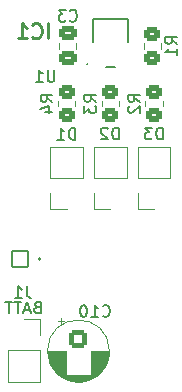
<source format=gbo>
%TF.GenerationSoftware,KiCad,Pcbnew,9.0.4*%
%TF.CreationDate,2025-10-26T13:38:01-07:00*%
%TF.ProjectId,db-collector,64622d63-6f6c-46c6-9563-746f722e6b69,rev?*%
%TF.SameCoordinates,Original*%
%TF.FileFunction,Legend,Bot*%
%TF.FilePolarity,Positive*%
%FSLAX46Y46*%
G04 Gerber Fmt 4.6, Leading zero omitted, Abs format (unit mm)*
G04 Created by KiCad (PCBNEW 9.0.4) date 2025-10-26 13:38:01*
%MOMM*%
%LPD*%
G01*
G04 APERTURE LIST*
G04 Aperture macros list*
%AMRoundRect*
0 Rectangle with rounded corners*
0 $1 Rounding radius*
0 $2 $3 $4 $5 $6 $7 $8 $9 X,Y pos of 4 corners*
0 Add a 4 corners polygon primitive as box body*
4,1,4,$2,$3,$4,$5,$6,$7,$8,$9,$2,$3,0*
0 Add four circle primitives for the rounded corners*
1,1,$1+$1,$2,$3*
1,1,$1+$1,$4,$5*
1,1,$1+$1,$6,$7*
1,1,$1+$1,$8,$9*
0 Add four rect primitives between the rounded corners*
20,1,$1+$1,$2,$3,$4,$5,0*
20,1,$1+$1,$4,$5,$6,$7,0*
20,1,$1+$1,$6,$7,$8,$9,0*
20,1,$1+$1,$8,$9,$2,$3,0*%
G04 Aperture macros list end*
%ADD10C,0.150000*%
%ADD11C,0.254000*%
%ADD12C,0.200000*%
%ADD13C,0.120000*%
%ADD14C,0.100000*%
%ADD15C,1.562000*%
%ADD16RoundRect,0.102000X-0.679000X-0.679000X0.679000X-0.679000X0.679000X0.679000X-0.679000X0.679000X0*%
%ADD17C,1.700000*%
%ADD18R,1.700000X1.700000*%
%ADD19RoundRect,0.250000X-0.550000X0.550000X-0.550000X-0.550000X0.550000X-0.550000X0.550000X0.550000X0*%
%ADD20C,1.600000*%
%ADD21RoundRect,0.250000X0.450000X-0.350000X0.450000X0.350000X-0.450000X0.350000X-0.450000X-0.350000X0*%
%ADD22RoundRect,0.250000X0.475000X-0.337500X0.475000X0.337500X-0.475000X0.337500X-0.475000X-0.337500X0*%
%ADD23RoundRect,0.250000X-0.450000X0.350000X-0.450000X-0.350000X0.450000X-0.350000X0.450000X0.350000X0*%
%ADD24R,0.600000X0.400000*%
%ADD25C,1.650000*%
G04 APERTURE END LIST*
D10*
X133619047Y-88031009D02*
X133476190Y-88078628D01*
X133476190Y-88078628D02*
X133428571Y-88126247D01*
X133428571Y-88126247D02*
X133380952Y-88221485D01*
X133380952Y-88221485D02*
X133380952Y-88364342D01*
X133380952Y-88364342D02*
X133428571Y-88459580D01*
X133428571Y-88459580D02*
X133476190Y-88507200D01*
X133476190Y-88507200D02*
X133571428Y-88554819D01*
X133571428Y-88554819D02*
X133952380Y-88554819D01*
X133952380Y-88554819D02*
X133952380Y-87554819D01*
X133952380Y-87554819D02*
X133619047Y-87554819D01*
X133619047Y-87554819D02*
X133523809Y-87602438D01*
X133523809Y-87602438D02*
X133476190Y-87650057D01*
X133476190Y-87650057D02*
X133428571Y-87745295D01*
X133428571Y-87745295D02*
X133428571Y-87840533D01*
X133428571Y-87840533D02*
X133476190Y-87935771D01*
X133476190Y-87935771D02*
X133523809Y-87983390D01*
X133523809Y-87983390D02*
X133619047Y-88031009D01*
X133619047Y-88031009D02*
X133952380Y-88031009D01*
X132999999Y-88269104D02*
X132523809Y-88269104D01*
X133095237Y-88554819D02*
X132761904Y-87554819D01*
X132761904Y-87554819D02*
X132428571Y-88554819D01*
X132238094Y-87554819D02*
X131666666Y-87554819D01*
X131952380Y-88554819D02*
X131952380Y-87554819D01*
X131476189Y-87554819D02*
X130904761Y-87554819D01*
X131190475Y-88554819D02*
X131190475Y-87554819D01*
X135061904Y-67954819D02*
X135061904Y-68764342D01*
X135061904Y-68764342D02*
X135014285Y-68859580D01*
X135014285Y-68859580D02*
X134966666Y-68907200D01*
X134966666Y-68907200D02*
X134871428Y-68954819D01*
X134871428Y-68954819D02*
X134680952Y-68954819D01*
X134680952Y-68954819D02*
X134585714Y-68907200D01*
X134585714Y-68907200D02*
X134538095Y-68859580D01*
X134538095Y-68859580D02*
X134490476Y-68764342D01*
X134490476Y-68764342D02*
X134490476Y-67954819D01*
X133490476Y-68954819D02*
X134061904Y-68954819D01*
X133776190Y-68954819D02*
X133776190Y-67954819D01*
X133776190Y-67954819D02*
X133871428Y-68097676D01*
X133871428Y-68097676D02*
X133966666Y-68192914D01*
X133966666Y-68192914D02*
X134061904Y-68240533D01*
X132733333Y-86254819D02*
X132733333Y-86969104D01*
X132733333Y-86969104D02*
X132780952Y-87111961D01*
X132780952Y-87111961D02*
X132876190Y-87207200D01*
X132876190Y-87207200D02*
X133019047Y-87254819D01*
X133019047Y-87254819D02*
X133114285Y-87254819D01*
X131733333Y-87254819D02*
X132304761Y-87254819D01*
X132019047Y-87254819D02*
X132019047Y-86254819D01*
X132019047Y-86254819D02*
X132114285Y-86397676D01*
X132114285Y-86397676D02*
X132209523Y-86492914D01*
X132209523Y-86492914D02*
X132304761Y-86540533D01*
X139142857Y-88759580D02*
X139190476Y-88807200D01*
X139190476Y-88807200D02*
X139333333Y-88854819D01*
X139333333Y-88854819D02*
X139428571Y-88854819D01*
X139428571Y-88854819D02*
X139571428Y-88807200D01*
X139571428Y-88807200D02*
X139666666Y-88711961D01*
X139666666Y-88711961D02*
X139714285Y-88616723D01*
X139714285Y-88616723D02*
X139761904Y-88426247D01*
X139761904Y-88426247D02*
X139761904Y-88283390D01*
X139761904Y-88283390D02*
X139714285Y-88092914D01*
X139714285Y-88092914D02*
X139666666Y-87997676D01*
X139666666Y-87997676D02*
X139571428Y-87902438D01*
X139571428Y-87902438D02*
X139428571Y-87854819D01*
X139428571Y-87854819D02*
X139333333Y-87854819D01*
X139333333Y-87854819D02*
X139190476Y-87902438D01*
X139190476Y-87902438D02*
X139142857Y-87950057D01*
X138190476Y-88854819D02*
X138761904Y-88854819D01*
X138476190Y-88854819D02*
X138476190Y-87854819D01*
X138476190Y-87854819D02*
X138571428Y-87997676D01*
X138571428Y-87997676D02*
X138666666Y-88092914D01*
X138666666Y-88092914D02*
X138761904Y-88140533D01*
X137571428Y-87854819D02*
X137476190Y-87854819D01*
X137476190Y-87854819D02*
X137380952Y-87902438D01*
X137380952Y-87902438D02*
X137333333Y-87950057D01*
X137333333Y-87950057D02*
X137285714Y-88045295D01*
X137285714Y-88045295D02*
X137238095Y-88235771D01*
X137238095Y-88235771D02*
X137238095Y-88473866D01*
X137238095Y-88473866D02*
X137285714Y-88664342D01*
X137285714Y-88664342D02*
X137333333Y-88759580D01*
X137333333Y-88759580D02*
X137380952Y-88807200D01*
X137380952Y-88807200D02*
X137476190Y-88854819D01*
X137476190Y-88854819D02*
X137571428Y-88854819D01*
X137571428Y-88854819D02*
X137666666Y-88807200D01*
X137666666Y-88807200D02*
X137714285Y-88759580D01*
X137714285Y-88759580D02*
X137761904Y-88664342D01*
X137761904Y-88664342D02*
X137809523Y-88473866D01*
X137809523Y-88473866D02*
X137809523Y-88235771D01*
X137809523Y-88235771D02*
X137761904Y-88045295D01*
X137761904Y-88045295D02*
X137714285Y-87950057D01*
X137714285Y-87950057D02*
X137666666Y-87902438D01*
X137666666Y-87902438D02*
X137571428Y-87854819D01*
X145472381Y-65755833D02*
X144996190Y-65422500D01*
X145472381Y-65184405D02*
X144472381Y-65184405D01*
X144472381Y-65184405D02*
X144472381Y-65565357D01*
X144472381Y-65565357D02*
X144520000Y-65660595D01*
X144520000Y-65660595D02*
X144567619Y-65708214D01*
X144567619Y-65708214D02*
X144662857Y-65755833D01*
X144662857Y-65755833D02*
X144805714Y-65755833D01*
X144805714Y-65755833D02*
X144900952Y-65708214D01*
X144900952Y-65708214D02*
X144948571Y-65660595D01*
X144948571Y-65660595D02*
X144996190Y-65565357D01*
X144996190Y-65565357D02*
X144996190Y-65184405D01*
X145472381Y-66708214D02*
X145472381Y-66136786D01*
X145472381Y-66422500D02*
X144472381Y-66422500D01*
X144472381Y-66422500D02*
X144615238Y-66327262D01*
X144615238Y-66327262D02*
X144710476Y-66232024D01*
X144710476Y-66232024D02*
X144758095Y-66136786D01*
X136366666Y-63759580D02*
X136414285Y-63807200D01*
X136414285Y-63807200D02*
X136557142Y-63854819D01*
X136557142Y-63854819D02*
X136652380Y-63854819D01*
X136652380Y-63854819D02*
X136795237Y-63807200D01*
X136795237Y-63807200D02*
X136890475Y-63711961D01*
X136890475Y-63711961D02*
X136938094Y-63616723D01*
X136938094Y-63616723D02*
X136985713Y-63426247D01*
X136985713Y-63426247D02*
X136985713Y-63283390D01*
X136985713Y-63283390D02*
X136938094Y-63092914D01*
X136938094Y-63092914D02*
X136890475Y-62997676D01*
X136890475Y-62997676D02*
X136795237Y-62902438D01*
X136795237Y-62902438D02*
X136652380Y-62854819D01*
X136652380Y-62854819D02*
X136557142Y-62854819D01*
X136557142Y-62854819D02*
X136414285Y-62902438D01*
X136414285Y-62902438D02*
X136366666Y-62950057D01*
X136033332Y-62854819D02*
X135414285Y-62854819D01*
X135414285Y-62854819D02*
X135747618Y-63235771D01*
X135747618Y-63235771D02*
X135604761Y-63235771D01*
X135604761Y-63235771D02*
X135509523Y-63283390D01*
X135509523Y-63283390D02*
X135461904Y-63331009D01*
X135461904Y-63331009D02*
X135414285Y-63426247D01*
X135414285Y-63426247D02*
X135414285Y-63664342D01*
X135414285Y-63664342D02*
X135461904Y-63759580D01*
X135461904Y-63759580D02*
X135509523Y-63807200D01*
X135509523Y-63807200D02*
X135604761Y-63854819D01*
X135604761Y-63854819D02*
X135890475Y-63854819D01*
X135890475Y-63854819D02*
X135985713Y-63807200D01*
X135985713Y-63807200D02*
X136033332Y-63759580D01*
X144238094Y-73829819D02*
X144238094Y-72829819D01*
X144238094Y-72829819D02*
X143999999Y-72829819D01*
X143999999Y-72829819D02*
X143857142Y-72877438D01*
X143857142Y-72877438D02*
X143761904Y-72972676D01*
X143761904Y-72972676D02*
X143714285Y-73067914D01*
X143714285Y-73067914D02*
X143666666Y-73258390D01*
X143666666Y-73258390D02*
X143666666Y-73401247D01*
X143666666Y-73401247D02*
X143714285Y-73591723D01*
X143714285Y-73591723D02*
X143761904Y-73686961D01*
X143761904Y-73686961D02*
X143857142Y-73782200D01*
X143857142Y-73782200D02*
X143999999Y-73829819D01*
X143999999Y-73829819D02*
X144238094Y-73829819D01*
X143333332Y-72829819D02*
X142714285Y-72829819D01*
X142714285Y-72829819D02*
X143047618Y-73210771D01*
X143047618Y-73210771D02*
X142904761Y-73210771D01*
X142904761Y-73210771D02*
X142809523Y-73258390D01*
X142809523Y-73258390D02*
X142761904Y-73306009D01*
X142761904Y-73306009D02*
X142714285Y-73401247D01*
X142714285Y-73401247D02*
X142714285Y-73639342D01*
X142714285Y-73639342D02*
X142761904Y-73734580D01*
X142761904Y-73734580D02*
X142809523Y-73782200D01*
X142809523Y-73782200D02*
X142904761Y-73829819D01*
X142904761Y-73829819D02*
X143190475Y-73829819D01*
X143190475Y-73829819D02*
X143285713Y-73782200D01*
X143285713Y-73782200D02*
X143333332Y-73734580D01*
X142304819Y-70633333D02*
X141828628Y-70300000D01*
X142304819Y-70061905D02*
X141304819Y-70061905D01*
X141304819Y-70061905D02*
X141304819Y-70442857D01*
X141304819Y-70442857D02*
X141352438Y-70538095D01*
X141352438Y-70538095D02*
X141400057Y-70585714D01*
X141400057Y-70585714D02*
X141495295Y-70633333D01*
X141495295Y-70633333D02*
X141638152Y-70633333D01*
X141638152Y-70633333D02*
X141733390Y-70585714D01*
X141733390Y-70585714D02*
X141781009Y-70538095D01*
X141781009Y-70538095D02*
X141828628Y-70442857D01*
X141828628Y-70442857D02*
X141828628Y-70061905D01*
X141400057Y-71014286D02*
X141352438Y-71061905D01*
X141352438Y-71061905D02*
X141304819Y-71157143D01*
X141304819Y-71157143D02*
X141304819Y-71395238D01*
X141304819Y-71395238D02*
X141352438Y-71490476D01*
X141352438Y-71490476D02*
X141400057Y-71538095D01*
X141400057Y-71538095D02*
X141495295Y-71585714D01*
X141495295Y-71585714D02*
X141590533Y-71585714D01*
X141590533Y-71585714D02*
X141733390Y-71538095D01*
X141733390Y-71538095D02*
X142304819Y-70966667D01*
X142304819Y-70966667D02*
X142304819Y-71585714D01*
X140528094Y-73829819D02*
X140528094Y-72829819D01*
X140528094Y-72829819D02*
X140289999Y-72829819D01*
X140289999Y-72829819D02*
X140147142Y-72877438D01*
X140147142Y-72877438D02*
X140051904Y-72972676D01*
X140051904Y-72972676D02*
X140004285Y-73067914D01*
X140004285Y-73067914D02*
X139956666Y-73258390D01*
X139956666Y-73258390D02*
X139956666Y-73401247D01*
X139956666Y-73401247D02*
X140004285Y-73591723D01*
X140004285Y-73591723D02*
X140051904Y-73686961D01*
X140051904Y-73686961D02*
X140147142Y-73782200D01*
X140147142Y-73782200D02*
X140289999Y-73829819D01*
X140289999Y-73829819D02*
X140528094Y-73829819D01*
X139575713Y-72925057D02*
X139528094Y-72877438D01*
X139528094Y-72877438D02*
X139432856Y-72829819D01*
X139432856Y-72829819D02*
X139194761Y-72829819D01*
X139194761Y-72829819D02*
X139099523Y-72877438D01*
X139099523Y-72877438D02*
X139051904Y-72925057D01*
X139051904Y-72925057D02*
X139004285Y-73020295D01*
X139004285Y-73020295D02*
X139004285Y-73115533D01*
X139004285Y-73115533D02*
X139051904Y-73258390D01*
X139051904Y-73258390D02*
X139623332Y-73829819D01*
X139623332Y-73829819D02*
X139004285Y-73829819D01*
X138604819Y-70633333D02*
X138128628Y-70300000D01*
X138604819Y-70061905D02*
X137604819Y-70061905D01*
X137604819Y-70061905D02*
X137604819Y-70442857D01*
X137604819Y-70442857D02*
X137652438Y-70538095D01*
X137652438Y-70538095D02*
X137700057Y-70585714D01*
X137700057Y-70585714D02*
X137795295Y-70633333D01*
X137795295Y-70633333D02*
X137938152Y-70633333D01*
X137938152Y-70633333D02*
X138033390Y-70585714D01*
X138033390Y-70585714D02*
X138081009Y-70538095D01*
X138081009Y-70538095D02*
X138128628Y-70442857D01*
X138128628Y-70442857D02*
X138128628Y-70061905D01*
X137604819Y-70966667D02*
X137604819Y-71585714D01*
X137604819Y-71585714D02*
X137985771Y-71252381D01*
X137985771Y-71252381D02*
X137985771Y-71395238D01*
X137985771Y-71395238D02*
X138033390Y-71490476D01*
X138033390Y-71490476D02*
X138081009Y-71538095D01*
X138081009Y-71538095D02*
X138176247Y-71585714D01*
X138176247Y-71585714D02*
X138414342Y-71585714D01*
X138414342Y-71585714D02*
X138509580Y-71538095D01*
X138509580Y-71538095D02*
X138557200Y-71490476D01*
X138557200Y-71490476D02*
X138604819Y-71395238D01*
X138604819Y-71395238D02*
X138604819Y-71109524D01*
X138604819Y-71109524D02*
X138557200Y-71014286D01*
X138557200Y-71014286D02*
X138509580Y-70966667D01*
X136838094Y-73854819D02*
X136838094Y-72854819D01*
X136838094Y-72854819D02*
X136599999Y-72854819D01*
X136599999Y-72854819D02*
X136457142Y-72902438D01*
X136457142Y-72902438D02*
X136361904Y-72997676D01*
X136361904Y-72997676D02*
X136314285Y-73092914D01*
X136314285Y-73092914D02*
X136266666Y-73283390D01*
X136266666Y-73283390D02*
X136266666Y-73426247D01*
X136266666Y-73426247D02*
X136314285Y-73616723D01*
X136314285Y-73616723D02*
X136361904Y-73711961D01*
X136361904Y-73711961D02*
X136457142Y-73807200D01*
X136457142Y-73807200D02*
X136599999Y-73854819D01*
X136599999Y-73854819D02*
X136838094Y-73854819D01*
X135314285Y-73854819D02*
X135885713Y-73854819D01*
X135599999Y-73854819D02*
X135599999Y-72854819D01*
X135599999Y-72854819D02*
X135695237Y-72997676D01*
X135695237Y-72997676D02*
X135790475Y-73092914D01*
X135790475Y-73092914D02*
X135885713Y-73140533D01*
X134904819Y-70633333D02*
X134428628Y-70300000D01*
X134904819Y-70061905D02*
X133904819Y-70061905D01*
X133904819Y-70061905D02*
X133904819Y-70442857D01*
X133904819Y-70442857D02*
X133952438Y-70538095D01*
X133952438Y-70538095D02*
X134000057Y-70585714D01*
X134000057Y-70585714D02*
X134095295Y-70633333D01*
X134095295Y-70633333D02*
X134238152Y-70633333D01*
X134238152Y-70633333D02*
X134333390Y-70585714D01*
X134333390Y-70585714D02*
X134381009Y-70538095D01*
X134381009Y-70538095D02*
X134428628Y-70442857D01*
X134428628Y-70442857D02*
X134428628Y-70061905D01*
X134238152Y-71490476D02*
X134904819Y-71490476D01*
X133857200Y-71252381D02*
X134571485Y-71014286D01*
X134571485Y-71014286D02*
X134571485Y-71633333D01*
D11*
X134539762Y-65274318D02*
X134539762Y-64004318D01*
X133209285Y-65153365D02*
X133269761Y-65213842D01*
X133269761Y-65213842D02*
X133451190Y-65274318D01*
X133451190Y-65274318D02*
X133572142Y-65274318D01*
X133572142Y-65274318D02*
X133753571Y-65213842D01*
X133753571Y-65213842D02*
X133874523Y-65092889D01*
X133874523Y-65092889D02*
X133935000Y-64971937D01*
X133935000Y-64971937D02*
X133995476Y-64730032D01*
X133995476Y-64730032D02*
X133995476Y-64548603D01*
X133995476Y-64548603D02*
X133935000Y-64306699D01*
X133935000Y-64306699D02*
X133874523Y-64185746D01*
X133874523Y-64185746D02*
X133753571Y-64064794D01*
X133753571Y-64064794D02*
X133572142Y-64004318D01*
X133572142Y-64004318D02*
X133451190Y-64004318D01*
X133451190Y-64004318D02*
X133269761Y-64064794D01*
X133269761Y-64064794D02*
X133209285Y-64125270D01*
X131999761Y-65274318D02*
X132725476Y-65274318D01*
X132362619Y-65274318D02*
X132362619Y-64004318D01*
X132362619Y-64004318D02*
X132483571Y-64185746D01*
X132483571Y-64185746D02*
X132604523Y-64306699D01*
X132604523Y-64306699D02*
X132725476Y-64367175D01*
D12*
%TO.C,U1*%
X133900000Y-83956500D02*
G75*
G02*
X133700000Y-83956500I-100000J0D01*
G01*
X133700000Y-83956500D02*
G75*
G02*
X133900000Y-83956500I100000J0D01*
G01*
D13*
%TO.C,J1*%
X133880000Y-94345000D02*
X131120000Y-94345000D01*
X131120000Y-91695000D02*
X131120000Y-94345000D01*
X133880000Y-91695000D02*
X133880000Y-94345000D01*
X133880000Y-91695000D02*
X131120000Y-91695000D01*
X133880000Y-90425000D02*
X133880000Y-89045000D01*
X133880000Y-89045000D02*
X132500000Y-89045000D01*
%TO.C,C10*%
X135625000Y-88940113D02*
X135625000Y-89440113D01*
X135375000Y-89190113D02*
X135875000Y-89190113D01*
X134520000Y-91744888D02*
X136060000Y-91744888D01*
X138140000Y-91744888D02*
X139680000Y-91744888D01*
X134520000Y-91784888D02*
X136060000Y-91784888D01*
X138140000Y-91784888D02*
X139680000Y-91784888D01*
X134521000Y-91824888D02*
X136060000Y-91824888D01*
X138140000Y-91824888D02*
X139679000Y-91824888D01*
X134523000Y-91864888D02*
X136060000Y-91864888D01*
X138140000Y-91864888D02*
X139677000Y-91864888D01*
X134525000Y-91904888D02*
X136060000Y-91904888D01*
X138140000Y-91904888D02*
X139675000Y-91904888D01*
X134528000Y-91944888D02*
X136060000Y-91944888D01*
X138140000Y-91944888D02*
X139672000Y-91944888D01*
X134531000Y-91984888D02*
X136060000Y-91984888D01*
X138140000Y-91984888D02*
X139669000Y-91984888D01*
X134535000Y-92024888D02*
X136060000Y-92024888D01*
X138140000Y-92024888D02*
X139665000Y-92024888D01*
X134540000Y-92064888D02*
X136060000Y-92064888D01*
X138140000Y-92064888D02*
X139660000Y-92064888D01*
X134545000Y-92104888D02*
X136060000Y-92104888D01*
X138140000Y-92104888D02*
X139655000Y-92104888D01*
X134551000Y-92144888D02*
X136060000Y-92144888D01*
X138140000Y-92144888D02*
X139649000Y-92144888D01*
X134557000Y-92184888D02*
X136060000Y-92184888D01*
X138140000Y-92184888D02*
X139643000Y-92184888D01*
X134564000Y-92224888D02*
X136060000Y-92224888D01*
X138140000Y-92224888D02*
X139636000Y-92224888D01*
X134572000Y-92264888D02*
X136060000Y-92264888D01*
X138140000Y-92264888D02*
X139628000Y-92264888D01*
X134581000Y-92304888D02*
X136060000Y-92304888D01*
X138140000Y-92304888D02*
X139619000Y-92304888D01*
X134590000Y-92344888D02*
X136060000Y-92344888D01*
X138140000Y-92344888D02*
X139610000Y-92344888D01*
X134599000Y-92384888D02*
X136060000Y-92384888D01*
X138140000Y-92384888D02*
X139601000Y-92384888D01*
X134610000Y-92424888D02*
X136060000Y-92424888D01*
X138140000Y-92424888D02*
X139590000Y-92424888D01*
X134621000Y-92464888D02*
X136060000Y-92464888D01*
X138140000Y-92464888D02*
X139579000Y-92464888D01*
X134633000Y-92504888D02*
X136060000Y-92504888D01*
X138140000Y-92504888D02*
X139567000Y-92504888D01*
X134645000Y-92544888D02*
X136060000Y-92544888D01*
X138140000Y-92544888D02*
X139555000Y-92544888D01*
X134658000Y-92584888D02*
X136060000Y-92584888D01*
X138140000Y-92584888D02*
X139542000Y-92584888D01*
X134672000Y-92624888D02*
X136060000Y-92624888D01*
X138140000Y-92624888D02*
X139528000Y-92624888D01*
X134687000Y-92664888D02*
X136060000Y-92664888D01*
X138140000Y-92664888D02*
X139513000Y-92664888D01*
X134702000Y-92704888D02*
X136060000Y-92704888D01*
X138140000Y-92704888D02*
X139498000Y-92704888D01*
X134718000Y-92744888D02*
X136060000Y-92744888D01*
X138140000Y-92744888D02*
X139482000Y-92744888D01*
X134735000Y-92784888D02*
X136060000Y-92784888D01*
X138140000Y-92784888D02*
X139465000Y-92784888D01*
X134753000Y-92824888D02*
X136060000Y-92824888D01*
X138140000Y-92824888D02*
X139447000Y-92824888D01*
X134771000Y-92864888D02*
X136060000Y-92864888D01*
X138140000Y-92864888D02*
X139429000Y-92864888D01*
X134791000Y-92904888D02*
X136060000Y-92904888D01*
X138140000Y-92904888D02*
X139409000Y-92904888D01*
X134811000Y-92944888D02*
X136060000Y-92944888D01*
X138140000Y-92944888D02*
X139389000Y-92944888D01*
X134832000Y-92984888D02*
X136060000Y-92984888D01*
X138140000Y-92984888D02*
X139368000Y-92984888D01*
X134854000Y-93024888D02*
X136060000Y-93024888D01*
X138140000Y-93024888D02*
X139346000Y-93024888D01*
X134877000Y-93064888D02*
X136060000Y-93064888D01*
X138140000Y-93064888D02*
X139323000Y-93064888D01*
X134901000Y-93104888D02*
X136060000Y-93104888D01*
X138140000Y-93104888D02*
X139299000Y-93104888D01*
X134925000Y-93144888D02*
X136060000Y-93144888D01*
X138140000Y-93144888D02*
X139275000Y-93144888D01*
X134951000Y-93184888D02*
X136060000Y-93184888D01*
X138140000Y-93184888D02*
X139249000Y-93184888D01*
X134978000Y-93224888D02*
X136060000Y-93224888D01*
X138140000Y-93224888D02*
X139222000Y-93224888D01*
X135006000Y-93264888D02*
X136060000Y-93264888D01*
X138140000Y-93264888D02*
X139194000Y-93264888D01*
X135035000Y-93304888D02*
X136060000Y-93304888D01*
X138140000Y-93304888D02*
X139165000Y-93304888D01*
X135065000Y-93344888D02*
X136060000Y-93344888D01*
X138140000Y-93344888D02*
X139135000Y-93344888D01*
X135097000Y-93384888D02*
X136060000Y-93384888D01*
X138140000Y-93384888D02*
X139103000Y-93384888D01*
X135130000Y-93424888D02*
X136060000Y-93424888D01*
X138140000Y-93424888D02*
X139070000Y-93424888D01*
X135164000Y-93464888D02*
X136060000Y-93464888D01*
X138140000Y-93464888D02*
X139036000Y-93464888D01*
X135199000Y-93504888D02*
X136060000Y-93504888D01*
X138140000Y-93504888D02*
X139001000Y-93504888D01*
X135236000Y-93544888D02*
X136060000Y-93544888D01*
X138140000Y-93544888D02*
X138964000Y-93544888D01*
X135275000Y-93584888D02*
X136060000Y-93584888D01*
X138140000Y-93584888D02*
X138925000Y-93584888D01*
X135315000Y-93624888D02*
X136060000Y-93624888D01*
X138140000Y-93624888D02*
X138885000Y-93624888D01*
X135357000Y-93664888D02*
X136060000Y-93664888D01*
X138140000Y-93664888D02*
X138843000Y-93664888D01*
X135401000Y-93704888D02*
X136060000Y-93704888D01*
X138140000Y-93704888D02*
X138799000Y-93704888D01*
X135448000Y-93744888D02*
X136060000Y-93744888D01*
X138140000Y-93744888D02*
X138752000Y-93744888D01*
X135496000Y-93784888D02*
X138704000Y-93784888D01*
X135547000Y-93824888D02*
X138653000Y-93824888D01*
X135601000Y-93864888D02*
X138599000Y-93864888D01*
X135657000Y-93904888D02*
X138543000Y-93904888D01*
X135717000Y-93944888D02*
X138483000Y-93944888D01*
X135781000Y-93984888D02*
X138419000Y-93984888D01*
X135849000Y-94024888D02*
X138351000Y-94024888D01*
X135923000Y-94064888D02*
X138277000Y-94064888D01*
X136002000Y-94104888D02*
X138198000Y-94104888D01*
X136089000Y-94144888D02*
X138111000Y-94144888D01*
X136186000Y-94184888D02*
X138014000Y-94184888D01*
X136295000Y-94224888D02*
X137905000Y-94224888D01*
X136423000Y-94264888D02*
X137777000Y-94264888D01*
X136583000Y-94304888D02*
X137617000Y-94304888D01*
X136817000Y-94344888D02*
X137383000Y-94344888D01*
X139720000Y-91744888D02*
G75*
G02*
X134480000Y-91744888I-2620000J0D01*
G01*
X134480000Y-91744888D02*
G75*
G02*
X139720000Y-91744888I2620000J0D01*
G01*
%TO.C,R1*%
X142632562Y-66149564D02*
X142632562Y-65695436D01*
X144102562Y-66149564D02*
X144102562Y-65695436D01*
%TO.C,C3*%
X136935000Y-66153752D02*
X136935000Y-65631248D01*
X135465000Y-66153752D02*
X135465000Y-65631248D01*
%TO.C,D3*%
X142120000Y-74455000D02*
X144880000Y-74455000D01*
X142120000Y-77105000D02*
X142120000Y-74455000D01*
X142120000Y-77105000D02*
X144880000Y-77105000D01*
X142120000Y-78375000D02*
X142120000Y-79755000D01*
X142120000Y-79755000D02*
X143500000Y-79755000D01*
X144880000Y-77105000D02*
X144880000Y-74455000D01*
%TO.C,R2*%
X142765000Y-70572936D02*
X142765000Y-71027064D01*
X144235000Y-70572936D02*
X144235000Y-71027064D01*
%TO.C,D2*%
X138420000Y-74455000D02*
X141180000Y-74455000D01*
X138420000Y-77105000D02*
X138420000Y-74455000D01*
X138420000Y-77105000D02*
X141180000Y-77105000D01*
X138420000Y-78375000D02*
X138420000Y-79755000D01*
X138420000Y-79755000D02*
X139800000Y-79755000D01*
X141180000Y-77105000D02*
X141180000Y-74455000D01*
%TO.C,R3*%
X139065000Y-70572936D02*
X139065000Y-71027064D01*
X140535000Y-70572936D02*
X140535000Y-71027064D01*
%TO.C,D1*%
X134720000Y-74455000D02*
X137480000Y-74455000D01*
X134720000Y-77105000D02*
X134720000Y-74455000D01*
X134720000Y-77105000D02*
X137480000Y-77105000D01*
X134720000Y-78375000D02*
X134720000Y-79755000D01*
X134720000Y-79755000D02*
X136100000Y-79755000D01*
X137480000Y-77105000D02*
X137480000Y-74455000D01*
%TO.C,R4*%
X135365000Y-70572936D02*
X135365000Y-71027064D01*
X136835000Y-70572936D02*
X136835000Y-71027064D01*
D14*
%TO.C,IC1*%
X137800000Y-67372500D02*
X137800000Y-67372500D01*
X137800000Y-67472500D02*
X137800000Y-67472500D01*
D12*
X138300000Y-63672500D02*
X141300000Y-63672500D01*
X138300000Y-65572500D02*
X138300000Y-63672500D01*
X139400000Y-67672500D02*
X140200000Y-67672500D01*
X141300000Y-63672500D02*
X141300000Y-65572500D01*
D14*
X137800000Y-67372500D02*
G75*
G02*
X137800000Y-67472500I0J-50000D01*
G01*
X137800000Y-67472500D02*
G75*
G02*
X137800000Y-67372500I0J50000D01*
G01*
%TD*%
%LPC*%
D15*
%TO.C,U1*%
X147420000Y-83956500D03*
X147420000Y-81416500D03*
X147420000Y-78876500D03*
X147420000Y-76336500D03*
X147420000Y-73796500D03*
X147420000Y-71256500D03*
X147420000Y-68716500D03*
X132180000Y-68716500D03*
X132180000Y-71256500D03*
X132180000Y-73796500D03*
X132180000Y-76336500D03*
X132180000Y-78876500D03*
X132180000Y-81416500D03*
D16*
X132180000Y-83956500D03*
%TD*%
D17*
%TO.C,J1*%
X132500000Y-92965000D03*
D18*
X132500000Y-90425000D03*
%TD*%
D19*
%TO.C,C10*%
X137100000Y-90744888D03*
D20*
X137100000Y-92744888D03*
%TD*%
D21*
%TO.C,R1*%
X143367562Y-66922500D03*
X143367562Y-64922500D03*
%TD*%
D22*
%TO.C,C3*%
X136200000Y-64855000D03*
X136200000Y-66930000D03*
%TD*%
D18*
%TO.C,D3*%
X143500000Y-78375000D03*
D17*
X143500000Y-75835000D03*
%TD*%
D23*
%TO.C,R2*%
X143500000Y-69800000D03*
X143500000Y-71800000D03*
%TD*%
D18*
%TO.C,D2*%
X139800000Y-78375000D03*
D17*
X139800000Y-75835000D03*
%TD*%
D23*
%TO.C,R3*%
X139800000Y-69800000D03*
X139800000Y-71800000D03*
%TD*%
D18*
%TO.C,D1*%
X136100000Y-78375000D03*
D17*
X136100000Y-75835000D03*
%TD*%
D23*
%TO.C,R4*%
X136100000Y-69800000D03*
X136100000Y-71800000D03*
%TD*%
D24*
%TO.C,IC1*%
X138725000Y-67347500D03*
X138725000Y-66697500D03*
X138725000Y-66047500D03*
D25*
X139800000Y-64772500D03*
D24*
X140875000Y-66047500D03*
X140875000Y-66697500D03*
X140875000Y-67347500D03*
%TD*%
%LPD*%
M02*

</source>
